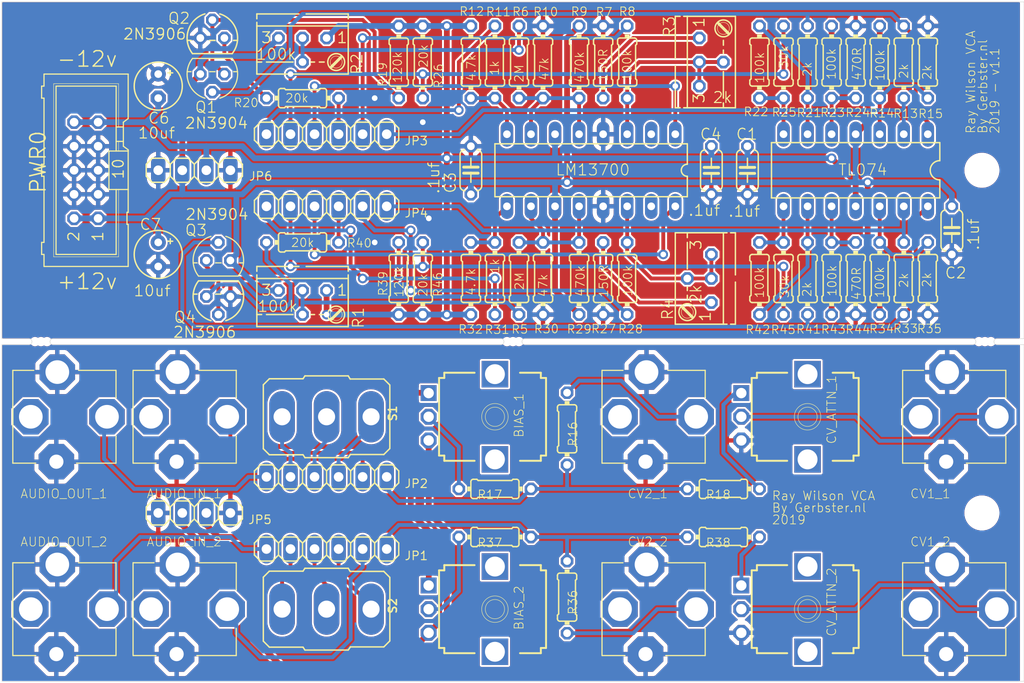
<source format=kicad_pcb>
(kicad_pcb (version 20211014) (generator pcbnew)
  (layers (0 "F.Cu" signal) (31 "B.Cu" signal) (34 "B.Paste" user) (35 "F.Paste" user) (36 "B.SilkS" user "B.Silkscreen") (37 "F.SilkS" user "F.Silkscreen") (38 "B.Mask" user) (39 "F.Mask" user) (44 "Edge.Cuts" user))
  (net 0 "")
  (net 1 "+12V")
  (net 2 "-12V")
  (net 3 "N$1")
  (net 4 "GND")
  (net 5 "N$3")
  (net 6 "N$4")
  (net 7 "AI1_M")
  (net 8 "SWB1_M")
  (net 9 "N$7")
  (net 10 "N$9")
  (net 11 "N$10")
  (net 12 "N$15")
  (net 13 "N$17")
  (net 14 "N$19")
  (net 15 "N$20")
  (net 16 "N$11")
  (net 17 "SWA1_M")
  (net 18 "SWC1_M")
  (net 19 "N$16")
  (net 20 "N$23")
  (net 21 "N$24")
  (net 22 "N$27")
  (net 23 "CV2_M")
  (net 24 "N$29")
  (net 25 "N$30")
  (net 26 "N$34")
  (net 27 "N$35")
  (net 28 "N$36")
  (net 29 "N$37")
  (net 30 "N$38")
  (net 31 "SWA2_M")
  (net 32 "SWC2_M")
  (net 33 "SWB2_M")
  (net 34 "N$41")
  (net 35 "IO_CV1")
  (net 36 "CV1_M")
  (net 37 "N$8")
  (net 38 "N$12")
  (net 39 "CV2_IO")
  (net 40 "AI2_IO")
  (net 41 "SWB2_IO")
  (net 42 "SWA2_IO")
  (net 43 "SWC2_IO")
  (net 44 "AO2_IO")
  (net 45 "N$46")
  (net 46 "IO_CV2")
  (net 47 "N$47")
  (net 48 "N$48")
  (net 49 "AO1_M")
  (net 50 "AO2_M")
  (net 51 "CV1_IO")
  (net 52 "AI1_IO")
  (net 53 "AO1_IO")
  (net 54 "SWB1_IO")
  (net 55 "SWA1_IO")
  (net 56 "SWC1_IO")
  (net 57 "AI2_M")
  (net 58 "N$2")
  (net 59 "N$5")
  (footprint "ioboard:0204_7" (layer "F.Cu") (at 170.7261 125.6411 180)
    (fp_text reference "R38")
    (fp_text value "100k")
  )
  (footprint "ioboard:1X06" (layer "F.Cu") (at 128.8161 90.7161)
    (fp_text reference "JP4")
    (fp_text value "")
  )
  (footprint "ioboard:C050-024X044" (layer "F.Cu") (at 169.4561 86.9061 -90)
    (fp_text reference "C4")
    (fp_text value ".1uf")
  )
  (footprint "ioboard:0204_7" (layer "F.Cu") (at 192.3161 98.3361 -90)
    (fp_text reference "R35")
    (fp_text value "2k")
  )
  (footprint "" (layer "F.Cu") (at 198.0311 123.1011)
    (fp_text reference "@HOLE0" hide)
    (fp_text value "")
  )
  (footprint "ioboard:0204_7" (layer "F.Cu") (at 151.6761 75.4761 90)
    (fp_text reference "R10")
    (fp_text value "47k")
  )
  (footprint "ioboard:1X06" (layer "F.Cu") (at 128.8161 83.0961)
    (fp_text reference "JP3")
    (fp_text value "")
  )
  (footprint "ioboard:E2,5-5" (layer "F.Cu") (at 111.0361 95.7961 -90)
    (fp_text reference "C7")
    (fp_text value "10uf")
  )
  (footprint "ioboard:E2,5-5" (layer "F.Cu") (at 111.0361 78.0161 -90)
    (fp_text reference "C6")
    (fp_text value "10uf")
  )
  (footprint "ioboard:0204_7" (layer "F.Cu") (at 155.4861 98.3361 90)
    (fp_text reference "R29")
    (fp_text value "470k")
  )
  (footprint "" (layer "F.Cu") (at 198.3486 105.0036)
    (fp_text reference "@HOLE6" hide)
    (fp_text value "")
  )
  (footprint "ioboard:0204_7" (layer "F.Cu") (at 136.4361 98.3361 90)
    (fp_text reference "R39")
    (fp_text value "120k")
  )
  (footprint "ioboard:C050-024X044" (layer "F.Cu") (at 144.0561 86.9061 90)
    (fp_text reference "C3")
    (fp_text value ".1uf")
  )
  (footprint "ioboard:DIL14" (layer "F.Cu") (at 184.6961 86.9061 180)
    (fp_text reference "IC1" hide)
    (fp_text value "TL074P")
  )
  (footprint "" (layer "F.Cu") (at 98.0186 105.0036)
    (fp_text reference "@HOLE2" hide)
    (fp_text value "")
  )
  (footprint "ioboard:M9040P" (layer "F.Cu") (at 128.8161 133.2611 -90)
    (fp_text reference "S2")
    (fp_text value "")
  )
  (footprint "ioboard:0204_7" (layer "F.Cu") (at 184.6961 75.4761 90)
    (fp_text reference "R24")
    (fp_text value "470R")
  )
  (footprint "ioboard:ML10" (layer "F.Cu") (at 103.4161 86.9061 90)
    (fp_text reference "PWR0")
    (fp_text value "")
  )
  (footprint "ioboard:S64YW" (layer "F.Cu") (at 169.4561 75.4761 90)
    (fp_text reference "R3")
    (fp_text value "2k")
  )
  (footprint "ioboard:0204_7" (layer "F.Cu") (at 177.0761 98.3361 90)
    (fp_text reference "R45")
    (fp_text value "30k")
  )
  (footprint "" (layer "F.Cu") (at 198.9836 105.0036)
    (fp_text reference "@HOLE5" hide)
    (fp_text value "")
  )
  (footprint "" (layer "F.Cu") (at 198.0311 86.9061)
    (fp_text reference "@HOLE1" hide)
    (fp_text value "")
  )
  (footprint "ioboard:0204_7" (layer "F.Cu") (at 154.2161 114.2111 -90)
    (fp_text reference "R16")
    (fp_text value "100k")
  )
  (footprint "ioboard:0204_7" (layer "F.Cu") (at 146.5961 75.4761 90)
    (fp_text reference "R11")
    (fp_text value "1k")
  )
  (footprint "ioboard:1X04" (layer "F.Cu") (at 114.8461 86.9061 180)
    (fp_text reference "JP6")
    (fp_text value "")
  )
  (footprint "ioboard:0204_7" (layer "F.Cu") (at 177.0761 75.4761 -90)
    (fp_text reference "R25")
    (fp_text value "30k")
  )
  (footprint "ioboard:0204_7" (layer "F.Cu") (at 149.1361 75.4761 -90)
    (fp_text reference "R6")
    (fp_text value "2M")
  )
  (footprint "" (layer "F.Cu") (at 149.1361 105.0036)
    (fp_text reference "@HOLE10" hide)
    (fp_text value "")
  )
  (footprint "ioboard:0204_7" (layer "F.Cu") (at 189.7761 75.4761 90)
    (fp_text reference "R13")
    (fp_text value "2k")
  )
  (footprint "ioboard:TO92" (layer "F.Cu") (at 117.3861 100.2411 180)
    (fp_text reference "Q4")
    (fp_text value "2N3906")
  )
  (footprint "ioboard:EVUF" (layer "F.Cu") (at 179.6161 112.9411 -90)
    (fp_text reference "CV_ATTN_1")
    (fp_text value "50k" hide)
  )
  (footprint "ioboard:0204_7" (layer "F.Cu") (at 136.4361 75.4761 -90)
    (fp_text reference "R19")
    (fp_text value "120k")
  )
  (footprint "" (layer "F.Cu") (at 147.8661 105.0036)
    (fp_text reference "@HOLE8" hide)
    (fp_text value "")
  )
  (footprint "ioboard:0204_7" (layer "F.Cu") (at 192.3161 75.4761 90)
    (fp_text reference "R15")
    (fp_text value "2k")
  )
  (footprint "ioboard:0204_7" (layer "F.Cu") (at 149.1361 98.3361 90)
    (fp_text reference "R5")
    (fp_text value "2M")
  )
  (footprint "ioboard:C050-024X044" (layer "F.Cu") (at 173.2661 86.9061 -90)
    (fp_text reference "C1")
    (fp_text value ".1uf")
  )
  (footprint "ioboard:PJ301BM" (layer "F.Cu") (at 194.8561 133.2611 -90)
    (fp_text reference "CV1_2")
    (fp_text value "PJ301BMPJ301BM" hide)
  )
  (footprint "ioboard:0204_7" (layer "F.Cu") (at 126.2761 94.5261 180)
    (fp_text reference "R40")
    (fp_text value "20k")
  )
  (footprint "ioboard:TO92" (layer "F.Cu") (at 117.3861 96.4311)
    (fp_text reference "Q3")
    (fp_text value "2N3904")
  )
  (footprint "ioboard:1X04" (layer "F.Cu") (at 114.8461 123.1011)
    (fp_text reference "JP5")
    (fp_text value "")
  )
  (footprint "ioboard:TO92" (layer "F.Cu") (at 116.7511 72.9361)
    (fp_text reference "Q2")
    (fp_text value "2N3906")
  )
  (footprint "ioboard:0204_7" (layer "F.Cu") (at 174.5361 98.3361 90)
    (fp_text reference "R42")
    (fp_text value "100k")
  )
  (footprint "ioboard:0204_7" (layer "F.Cu") (at 146.5961 120.5611)
    (fp_text reference "R17")
    (fp_text value "100k")
  )
  (footprint "ioboard:0204_7" (layer "F.Cu") (at 182.1561 98.3361 90)
    (fp_text reference "R43")
    (fp_text value "100k")
  )
  (footprint "ioboard:0204_7" (layer "F.Cu") (at 187.2361 75.4761 -90)
    (fp_text reference "R14")
    (fp_text value "100k")
  )
  (footprint "ioboard:PJ301BM" (layer "F.Cu") (at 194.8561 112.9411 -90)
    (fp_text reference "CV1_1")
    (fp_text value "PJ301BMPJ301BM" hide)
  )
  (footprint "ioboard:0204_7" (layer "F.Cu") (at 179.6161 98.3361 90)
    (fp_text reference "R41")
    (fp_text value "2k")
  )
  (footprint "ioboard:PJ301BM" (layer "F.Cu") (at 163.1061 133.2611 -90)
    (fp_text reference "CV2_2")
    (fp_text value "PJ301BMPJ301BM" hide)
  )
  (footprint "ioboard:0204_7" (layer "F.Cu") (at 155.4861 75.4761 -90)
    (fp_text reference "R9")
    (fp_text value "470k")
  )
  (footprint "ioboard:0204_7" (layer "F.Cu") (at 187.2361 98.3361 90)
    (fp_text reference "R34")
    (fp_text value "100k")
  )
  (footprint "ioboard:0204_7" (layer "F.Cu") (at 179.6161 75.4761 -90)
    (fp_text reference "R21")
    (fp_text value "2k")
  )
  (footprint "ioboard:S64YW" (layer "F.Cu") (at 168.1861 98.3361 -90)
    (fp_text reference "R4")
    (fp_text value "2k")
  )
  (footprint "ioboard:TO92" (layer "F.Cu") (at 116.7511 76.7461 180)
    (fp_text reference "Q1")
    (fp_text value "2N3904")
  )
  (footprint "ioboard:0204_7" (layer "F.Cu") (at 158.0261 75.4761 -90)
    (fp_text reference "R7")
    (fp_text value "150R")
  )
  (footprint "ioboard:0204_7" (layer "F.Cu") (at 160.5661 98.3361 90)
    (fp_text reference "R28")
    (fp_text value "100k")
  )
  (footprint "" (layer "F.Cu") (at 99.2886 105.0036)
    (fp_text reference "@HOLE4" hide)
    (fp_text value "")
  )
  (footprint "ioboard:0204_7" (layer "F.Cu") (at 138.9761 98.3361 90)
    (fp_text reference "R46")
    (fp_text value "20k")
  )
  (footprint "ioboard:1X06" (layer "F.Cu") (at 128.8161 119.2911 180)
    (fp_text reference "JP2")
    (fp_text value "")
  )
  (footprint "ioboard:0204_7" (layer "F.Cu") (at 170.7261 120.5611 180)
    (fp_text reference "R18")
    (fp_text value "100k")
  )
  (footprint "ioboard:0204_7" (layer "F.Cu") (at 154.2161 131.9911 90)
    (fp_text reference "R36")
    (fp_text value "100k")
  )
  (footprint "ioboard:0204_7" (layer "F.Cu") (at 146.5961 98.3361 -90)
    (fp_text reference "R31")
    (fp_text value "1k")
  )
  (footprint "ioboard:0204_7" (layer "F.Cu") (at 144.0561 75.4761 -90)
    (fp_text reference "R12")
    (fp_text value "4.7k")
  )
  (footprint "ioboard:EVUF" (layer "F.Cu") (at 146.5961 133.2611 -90)
    (fp_text reference "BIAS_2")
    (fp_text value "100k" hide)
  )
  (footprint "ioboard:0204_7" (layer "F.Cu") (at 151.6761 98.3361 -90)
    (fp_text reference "R30")
    (fp_text value "47k")
  )
  (footprint "ioboard:0204_7" (layer "F.Cu") (at 182.1561 75.4761 -90)
    (fp_text reference "R23")
    (fp_text value "100k")
  )
  (footprint "ioboard:PJ301BM" (layer "F.Cu") (at 113.5761 133.2611 -90)
    (fp_text reference "AUDIO_IN_2")
    (fp_text value "PJ301BMPJ301BM" hide)
  )
  (footprint "ioboard:0204_7" (layer "F.Cu") (at 158.0261 98.3361 90)
    (fp_text reference "R27")
    (fp_text value "150R")
  )
  (footprint "ioboard:EVUF" (layer "F.Cu") (at 179.6161 133.2611 -90)
    (fp_text reference "CV_ATTN_2")
    (fp_text value "50k" hide)
  )
  (footprint "" (layer "F.Cu") (at 148.5011 105.0036)
    (fp_text reference "@HOLE9" hide)
    (fp_text value "")
  )
  (footprint "ioboard:S64YW" (layer "F.Cu") (at 126.2761 100.8761)
    (fp_text reference "R1")
    (fp_text value "100k")
  )
  (footprint "ioboard:0204_7" (layer "F.Cu") (at 174.5361 75.4761 -90)
    (fp_text reference "R22")
    (fp_text value "100k")
  )
  (footprint "ioboard:0204_7" (layer "F.Cu") (at 160.5661 75.4761 -90)
    (fp_text reference "R8")
    (fp_text value "100k")
  )
  (footprint "ioboard:1X06" (layer "F.Cu") (at 128.8161 126.9111 180)
    (fp_text reference "JP1")
    (fp_text value "")
  )
  (footprint "" (layer "F.Cu") (at 98.6536 105.0036)
    (fp_text reference "@HOLE3" hide)
    (fp_text value "")
  )
  (footprint "ioboard:PJ301BM" (layer "F.Cu") (at 113.5761 112.9411 -90)
    (fp_text reference "AUDIO_IN_1")
    (fp_text value "PJ301BMPJ301BM" hide)
  )
  (footprint "ioboard:M9040P" (layer "F.Cu") (at 128.8161 112.9411 -90)
    (fp_text reference "S1")
    (fp_text value "")
  )
  (footprint "ioboard:C050-024X044" (layer "F.Cu") (at 194.8561 93.2561 -90)
    (fp_text reference "C2")
    (fp_text value ".1uf")
  )
  (footprint "ioboard:PJ301BM" (layer "F.Cu") (at 100.8761 112.9411 -90)
    (fp_text reference "AUDIO_OUT_1")
    (fp_text value "PJ301BMPJ301BM" hide)
  )
  (footprint "ioboard:PJ301BM" (layer "F.Cu") (at 163.1061 112.9411 -90)
    (fp_text reference "CV2_1")
    (fp_text value "PJ301BMPJ301BM" hide)
  )
  (footprint "ioboard:0204_7" (layer "F.Cu") (at 138.9761 75.4761 -90)
    (fp_text reference "R26")
    (fp_text value "20k")
  )
  (footprint "ioboard:0204_7" (layer "F.Cu") (at 189.7761 98.3361 -90)
    (fp_text reference "R33")
    (fp_text value "2k")
  )
  (footprint "ioboard:0204_7" (layer "F.Cu") (at 126.2761 79.2861 180)
    (fp_text reference "R20")
    (fp_text value "20k")
  )
  (footprint "ioboard:0204_7" (layer "F.Cu") (at 184.6961 98.3361 -90)
    (fp_text reference "R44")
    (fp_text value "470R")
  )
  (footprint "ioboard:PJ301BM" (layer "F.Cu") (at 100.8761 133.2611 -90)
    (fp_text reference "AUDIO_OUT_2")
    (fp_text value "PJ301BMPJ301BM" hide)
  )
  (footprint "ioboard:S64YW" (layer "F.Cu") (at 126.2761 74.2061)
    (fp_text reference "R2")
    (fp_text value "100k")
  )
  (footprint "" (layer "F.Cu") (at 197.7136 105.0036)
    (fp_text reference "@HOLE7" hide)
    (fp_text value "")
  )
  (footprint "ioboard:0204_7" (layer "F.Cu") (at 144.0561 98.3361 90)
    (fp_text reference "R32")
    (fp_text value "4.7k")
  )
  (footprint "ioboard:DIL16" (layer "F.Cu") (at 156.7561 86.9061 180)
    (fp_text reference "IC2" hide)
    (fp_text value "LM13700N")
  )
  (footprint "ioboard:0204_7" (layer "F.Cu") (at 146.5961 125.6411)
    (fp_text reference "R37")
    (fp_text value "100k")
  )
  (footprint "ioboard:EVUF" (layer "F.Cu") (at 146.5961 112.9411 -90)
    (fp_text reference "BIAS_1")
    (fp_text value "100k" hide)
  )
  (gr_line (start 147.2311 105.3211) (end 99.9236 105.3211) (layer "Edge.Cuts") (width 0.05))
  (gr_arc (start 147.2311 104.6861) (mid 147.455606 104.779094) (end 147.5486 105.0036) (layer "Edge.Cuts") (width 0.05))
  (gr_arc (start 97.3836 104.6861) (mid 97.608106 104.779094) (end 97.7011 105.0036) (layer "Edge.Cuts") (width 0.05))
  (gr_line (start 97.3836 105.3211) (end 94.5261 105.3211) (layer "Edge.Cuts") (width 0.05))
  (gr_line (start 94.5261 140.8811) (end 202.4761 140.8811) (layer "Edge.Cuts") (width 0.05))
  (gr_arc (start 199.3011 105.0036) (mid 199.394094 104.779094) (end 199.6186 104.6861) (layer "Edge.Cuts") (width 0.05))
  (gr_line (start 97.3836 104.6861) (end 94.5261 104.6861) (layer "Edge.Cuts") (width 0.05))
  (gr_line (start 197.0786 104.6861) (end 149.7711 104.6861) (layer "Edge.Cuts") (width 0.05))
  (gr_arc (start 147.5486 105.0036) (mid 147.455606 105.228106) (end 147.2311 105.3211) (layer "Edge.Cuts") (width 0.05))
  (gr_arc (start 197.0786 104.6861) (mid 197.303106 104.779094) (end 197.3961 105.0036) (layer "Edge.Cuts") (width 0.05))
  (gr_arc (start 149.4536 105.0036) (mid 149.546594 104.779094) (end 149.7711 104.6861) (layer "Edge.Cuts") (width 0.05))
  (gr_line (start 202.4761 104.6861) (end 202.4761 69.1261) (layer "Edge.Cuts") (width 0.05))
  (gr_arc (start 197.3961 105.0036) (mid 197.303106 105.228106) (end 197.0786 105.3211) (layer "Edge.Cuts") (width 0.05))
  (gr_arc (start 149.7711 105.3211) (mid 149.546594 105.228106) (end 149.4536 105.0036) (layer "Edge.Cuts") (width 0.05))
  (gr_arc (start 99.6061 105.0036) (mid 99.699094 104.779094) (end 99.9236 104.6861) (layer "Edge.Cuts") (width 0.05))
  (gr_line (start 202.4761 104.6861) (end 199.6186 104.6861) (layer "Edge.Cuts") (width 0.05))
  (gr_arc (start 199.6186 105.3211) (mid 199.394094 105.228106) (end 199.3011 105.0036) (layer "Edge.Cuts") (width 0.05))
  (gr_line (start 147.2311 104.6861) (end 99.9236 104.6861) (layer "Edge.Cuts") (width 0.05))
  (gr_line (start 202.4761 140.8811) (end 202.4761 105.3211) (layer "Edge.Cuts") (width 0.05))
  (gr_line (start 202.4761 105.3211) (end 199.6186 105.3211) (layer "Edge.Cuts") (width 0.05))
  (gr_line (start 94.5261 69.1261) (end 94.5261 104.6861) (layer "Edge.Cuts") (width 0.05))
  (gr_line (start 94.5261 105.3211) (end 94.5261 140.8811) (layer "Edge.Cuts") (width 0.05))
  (gr_line (start 197.0786 105.3211) (end 149.7711 105.3211) (layer "Edge.Cuts") (width 0.05))
  (gr_arc (start 97.7011 105.0036) (mid 97.608106 105.228106) (end 97.3836 105.3211) (layer "Edge.Cuts") (width 0.05))
  (gr_line (start 94.5261 69.1261) (end 202.4761 69.1261) (layer "Edge.Cuts") (width 0.05))
  (gr_arc (start 99.9236 105.3211) (mid 99.699094 105.228106) (end 99.6061 105.0036) (layer "Edge.Cuts") (width 0.05))
  (gr_text "-12v" (at 100.2411 76.1111) (layer "F.SilkS") (effects (font (size 1.63576 1.63576) (thickness 0.14224)) (justify left bottom)))
  (gr_text "LM13700" (at 152.9461 87.5411) (layer "F.SilkS") (effects (font (size 1.1684 1.1684) (thickness 0.1016)) (justify left bottom)))
  (gr_text "2019" (at 175.8061 124.3711) (layer "F.SilkS") (effects (font (size 0.93472 0.93472) (thickness 0.08128)) (justify left bottom)))
  (gr_text "By Gerbster.nl" (at 198.6661 83.0961 90) (layer "F.SilkS") (effects (font (size 0.93472 0.93472) (thickness 0.08128)) (justify left bottom)))
  (gr_text "+12v" (at 100.2411 99.6061) (layer "F.SilkS") (effects (font (size 1.63576 1.63576) (thickness 0.14224)) (justify left bottom)))
  (gr_text "By Gerbster.nl" (at 175.8061 123.1011) (layer "F.SilkS") (effects (font (size 0.93472 0.93472) (thickness 0.08128)) (justify left bottom)))
  (gr_text "TL074" (at 182.7911 87.5411) (layer "F.SilkS") (effects (font (size 1.1684 1.1684) (thickness 0.1016)) (justify left bottom)))
  (gr_text "Ray Wilson VCA" (at 175.8061 121.8311) (layer "F.SilkS") (effects (font (size 0.93472 0.93472) (thickness 0.08128)) (justify left bottom)))
  (gr_text "2019 - v1.1" (at 199.9361 83.0961 90) (layer "F.SilkS") (effects (font (size 0.93472 0.93472) (thickness 0.08128)) (justify left bottom)))
  (gr_text "Ray Wilson VCA" (at 197.3961 83.0961 90) (layer "F.SilkS") (effects (font (size 0.93472 0.93472) (thickness 0.08128)) (justify left bottom)))
  (segment (start 154.2161 88.1761) (end 154.2161 72.9361) (width 0.6096) (layer "F.Cu") (net 1))
  (segment (start 113.5761 86.9061) (end 113.5761 78.6511) (width 0.6096) (layer "F.Cu") (net 1))
  (segment (start 182.1561 71.6661) (end 182.1561 72.9361) (width 0.6096) (layer "F.Cu") (net 1))
  (segment (start 187.2361 100.8761) (end 187.2361 102.1461) (width 0.6096) (layer "F.Cu") (net 1))
  (segment (start 182.1561 102.1461) (end 182.1561 100.8761) (width 0.6096) (layer "F.Cu") (net 1))
  (segment (start 139.6111 123.1011) (end 139.5961 115.4811) (width 0.6096) (layer "F.Cu") (net 1))
  (segment (start 113.5761 123.1011) (end 113.5761 124.3711) (width 0.6096) (layer "F.Cu") (net 1))
  (segment (start 139.6111 135.7611) (end 141.5161 133.8561) (width 0.6096) (layer "F.Cu") (net 1))
  (segment (start 185.9661 81.8261) (end 184.6961 83.0961) (width 0.6096) (layer "F.Cu") (net 1))
  (segment (start 113.5761 124.3711) (end 121.1961 131.9911) (width 0.6096) (layer "F.Cu") (net 1))
  (segment (start 182.1561 100.8761) (end 183.4261 99.6061) (width 0.6096) (layer "F.Cu") (net 1))
  (segment (start 182.1561 72.9361) (end 183.4261 74.2061) (width 0.6096) (layer "F.Cu") (net 1))
  (segment (start 183.4261 99.6061) (end 185.9661 99.6061) (width 0.6096) (layer "F.Cu") (net 1))
  (segment (start 124.3711 139.6111) (end 135.8011 139.6111) (width 0.6096) (layer "F.Cu") (net 1))
  (segment (start 141.5161 125.0061) (end 139.6111 123.1011) (width 0.6096) (layer "F.Cu") (net 1))
  (segment (start 121.1961 131.9911) (end 121.1961 136.4361) (width 0.6096) (layer "F.Cu") (net 1))
  (segment (start 113.5761 78.6511) (end 115.4811 76.7461) (width 0.6096) (layer "F.Cu") (net 1))
  (segment (start 141.5161 133.8561) (end 141.5161 125.0061) (width 0.6096) (layer "F.Cu") (net 1))
  (segment (start 135.8011 139.6111) (end 139.6111 135.8011) (width 0.6096) (layer "F.Cu") (net 1))
  (segment (start 152.9461 99.6061) (end 155.4861 102.1461) (width 0.6096) (layer "F.Cu") (net 1))
  (segment (start 139.5961 135.7611) (end 139.6111 135.7611) (width 0.6096) (layer "F.Cu") (net 1))
  (segment (start 185.9661 99.6061) (end 187.2361 100.8761) (width 0.6096) (layer "F.Cu") (net 1))
  (segment (start 152.9461 90.7161) (end 152.9461 99.6061) (width 0.6096) (layer "F.Cu") (net 1))
  (segment (start 185.9661 99.6061) (end 185.9661 88.1761) (width 0.6096) (layer "F.Cu") (net 1))
  (segment (start 154.2161 72.9361) (end 155.4861 71.6661) (width 0.6096) (layer "F.Cu") (net 1))
  (segment (start 139.6111 135.8011) (end 139.6111 135.7611) (width 0.6096) (layer "F.Cu") (net 1))
  (segment (start 185.9661 74.2061) (end 185.9661 81.8261) (width 0.6096) (layer "F.Cu") (net 1))
  (segment (start 187.2361 71.6661) (end 187.2361 72.9361) (width 0.6096) (layer "F.Cu") (net 1))
  (segment (start 187.2361 72.9361) (end 185.9661 74.2061) (width 0.6096) (layer "F.Cu") (net 1))
  (segment (start 121.1961 136.4361) (end 124.3711 139.6111) (width 0.6096) (layer "F.Cu") (net 1))
  (segment (start 139.5961 115.4811) (end 139.5961 115.4411) (width 0.6096) (layer "F.Cu") (net 1))
  (segment (start 183.4261 74.2061) (end 185.9661 74.2061) (width 0.6096) (layer "F.Cu") (net 1))
  (via (at 154.2161 88.1761) (size 1.0064) (drill 0.6) (layers "F.Cu" "B.Cu") (net 1))
  (via (at 185.9661 88.1761) (size 1.0064) (drill 0.6) (layers "F.Cu" "B.Cu") (net 1))
  (segment (start 194.8561 90.7161) (end 194.8561 89.4461) (width 0.6096) (layer "B.Cu") (net 1))
  (segment (start 185.9661 88.1761) (end 184.6961 88.1761) (width 0.6096) (layer "B.Cu") (net 1))
  (segment (start 118.6561 96.4311) (end 121.8311 99.6061) (width 0.6096) (layer "B.Cu") (net 1))
  (segment (start 109.7661 91.9861) (end 112.3061 89.4461) (width 0.6096) (layer "B.Cu") (net 1))
  (segment (start 119.2911 89.4461) (end 119.9261 89.4461) (width 0.6096) (layer "B.Cu") (net 1))
  (segment (start 152.9461 88.1761) (end 154.2161 88.1761) (width 0.6096) (layer "B.Cu") (net 1))
  (segment (start 113.5761 86.9061) (end 113.5761 89.4461) (width 0.6096) (layer "B.Cu") (net 1))
  (segment (start 119.2911 89.4461) (end 119.2911 95.7961) (width 0.6096) (layer "B.Cu") (net 1))
  (segment (start 111.0361 93.2561) (end 109.7661 91.9861) (width 0.6096) (layer "B.Cu") (net 1))
  (segment (start 103.4161 91.9861) (end 104.6861 91.9861) (width 0.6096) (layer "B.Cu") (net 1))
  (segment (start 184.6961 83.0961) (end 184.6961 88.1761) (width 0.6096) (layer "B.Cu") (net 1))
  (segment (start 144.0561 88.1761) (end 152.9461 88.1761) (width 0.6096) (layer "B.Cu") (net 1))
  (segment (start 121.8311 74.8411) (end 123.7361 72.9361) (width 0.6096) (layer "B.Cu") (net 1))
  (segment (start 119.9261 89.4461) (end 121.1961 88.1761) (width 0.6096) (layer "B.Cu") (net 1))
  (segment (start 102.1461 91.9861) (end 104.6861 91.9861) (width 0.6096) (layer "B.Cu") (net 1))
  (segment (start 112.3061 89.4461) (end 113.5761 89.4461) (width 0.6096) (layer "B.Cu") (net 1))
  (segment (start 115.4811 76.7461) (end 115.4811 75.4761) (width 0.6096) (layer "B.Cu") (net 1))
  (segment (start 184.6961 88.1761) (end 154.2161 88.1761) (width 0.6096) (layer "B.Cu") (net 1))
  (segment (start 152.9461 88.1761) (end 152.9461 90.7161) (width 0.6096) (layer "B.Cu") (net 1))
  (segment (start 104.6861 91.9861) (end 109.7661 91.9861) (width 0.6096) (layer "B.Cu") (net 1))
  (segment (start 194.8561 89.4461) (end 193.5861 88.1761) (width 0.6096) (layer "B.Cu") (net 1))
  (segment (start 193.5861 88.1761) (end 185.9661 88.1761) (width 0.6096) (layer "B.Cu") (net 1))
  (segment (start 113.5761 89.4461) (end 119.2911 89.4461) (width 0.6096) (layer "B.Cu") (net 1))
  (segment (start 121.8311 99.6061) (end 123.7361 99.6061) (width 0.6096) (layer "B.Cu") (net 1))
  (segment (start 115.4811 75.4761) (end 116.1161 74.8411) (width 0.6096) (layer "B.Cu") (net 1))
  (segment (start 121.1961 88.1761) (end 144.0561 88.1761) (width 0.6096) (layer "B.Cu") (net 1))
  (segment (start 144.0561 89.4461) (end 144.0561 88.1761) (width 0.6096) (layer "B.Cu") (net 1))
  (segment (start 119.2911 95.7961) (end 118.6561 96.4311) (width 0.6096) (layer "B.Cu") (net 1))
  (segment (start 116.1161 74.8411) (end 121.8311 74.8411) (width 0.6096) (layer "B.Cu") (net 1))
  (segment (start 111.0361 94.5261) (end 111.0361 93.2561) (width 0.6096) (layer "B.Cu") (net 1))
  (segment (start 139.6111 128.8161) (end 139.5961 130.7211) (width 0.6096) (layer "F.Cu") (net 2))
  (segment (start 137.7061 111.0761) (end 137.7061 123.1011) (width 0.6096) (layer "F.Cu") (net 2))
  (segment (start 139.5961 130.7211) (end 139.5961 130.7611) (width 0.6096) (layer "F.Cu") (net 2))
  (segment (start 128.8161 99.6061) (end 128.8161 102.1461) (width 0.6096) (layer "F.Cu") (net 2))
  (segment (start 116.1161 124.3711) (end 117.3861 125.6411) (width 0.6096) (layer "F.Cu") (net 2))
  (segment (start 137.7061 123.1011) (end 139.6111 125.0061) (width 0.6096) (layer "F.Cu") (net 2))
  (segment (start 117.3861 125.6411) (end 119.9261 125.6411) (width 0.6096) (layer "F.Cu") (net 2))
  (segment (start 116.1161 123.1011) (end 116.1161 124.3711) (width 0.6096) (layer "F.Cu") (net 2))
  (segment (start 138.3411 110.4411) (end 137.7061 111.0761) (width 0.6096) (layer "F.Cu") (net 2))
  (segment (start 139.5961 110.4411) (end 138.3411 110.4011) (width 0.6096) (layer "F.Cu") (net 2))
  (segment (start 139.6111 125.0061) (end 139.6111 128.8161) (width 0.6096) (layer "F.Cu") (net 2))
  (segment (start 141.5161 102.1461) (end 141.5161 85.6361) (width 0.6096) (layer "F.Cu") (net 2))
  (segment (start 182.1561 85.6361) (end 184.6961 88.1761) (width 0.6096) (layer "F.Cu") (net 2))
  (segment (start 141.5161 85.6361) (end 141.5161 71.6661) (width 0.6096) (layer "F.Cu") (net 2))
  (segment (start 138.3411 110.4011) (end 138.3411 110.4411) (width 0.6096) (layer "F.Cu") (net 2))
  (segment (start 184.6961 88.1761) (end 184.6961 90.7161) (width 0.6096) (layer "F.Cu") (net 2))
  (segment (start 119.9261 125.6411) (end 122.4661 123.1011) (width 0.6096) (layer "F.Cu") (net 2))
  (segment (start 122.4661 123.1011) (end 137.7061 123.1011) (width 0.6096) (layer "F.Cu") (net 2))
  (via (at 182.1561 85.6361) (size 1.0064) (drill 0.6) (layers "F.Cu" "B.Cu") (net 2))
  (via (at 128.8161 102.1461) (size 1.0064) (drill 0.6) (layers "F.Cu" "B.Cu") (net 2))
  (via (at 141.5161 102.1461) (size 1.0064) (drill 0.6) (layers "F.Cu" "B.Cu") (net 2))
  (via (at 141.5161 85.6361) (size 1.0064) (drill 0.6) (layers "F.Cu" "B.Cu") (net 2))
  (via (at 141.5161 71.6661) (size 1.0064) (drill 0.6) (layers "F.Cu" "B.Cu") (net 2))
  (segment (start 152.9461 85.6361) (end 169.4561 85.6361) (width 0.6096) (layer "B.Cu") (net 2))
  (segment (start 109.7661 81.8261) (end 112.3061 84.3661) (width 0.6096) (layer "B.Cu") (net 2))
  (segment (start 121.1961 85.6361) (end 141.5161 85.6361) (width 0.6096) (layer "B.Cu") (net 2))
  (segment (start 169.4561 84.3661) (end 169.4561 85.6361) (width 0.6096) (layer "B.Cu") (net 2))
  (segment (start 141.5161 71.6661) (end 138.9761 71.6661) (width 0.6096) (layer "B.Cu") (net 2))
  (segment (start 138.9761 102.1461) (end 128.8161 102.1461) (width 0.6096) (layer "B.Cu") (net 2))
  (segment (start 152.9461 85.6361) (end 152.9461 83.0961) (width 0.6096) (layer "B.Cu") (net 2))
  (segment (start 130.0861 71.6661) (end 128.8161 72.9361) (width 0.6096) (layer "B.Cu") (net 2))
  (segment (start 136.4361 102.1461) (end 138.9761 102.1461) (width 0.4064) (layer "B.Cu") (net 2))
  (segment (start 169.4561 85.6361) (end 173.2661 85.6361) (width 0.6096) (layer "B.Cu") (net 2))
  (segment (start 173.2661 85.6361) (end 182.1561 85.6361) (width 0.6096) (layer "B.Cu") (net 2))
  (segment (start 104.6861 81.8261) (end 109.7661 81.8261) (width 0.6096) (layer "B.Cu") (net 2))
  (segment (start 116.1161 84.3661) (end 119.9261 84.3661) (width 0.6096) (layer "B.Cu") (net 2))
  (segment (start 141.5161 85.6361) (end 152.9461 85.6361) (width 0.6096) (layer "B.Cu") (net 2))
  (segment (start 138.9761 102.1461) (end 141.5161 102.1461) (width 0.6096) (layer "B.Cu") (net 2))
  (segment (start 144.0561 102.1461) (end 141.5161 102.1461) (width 0.6096) (layer "B.Cu") (net 2))
  (segment (start 138.9761 71.6661) (end 136.4361 71.6661) (width 0.6096) (layer "B.Cu") (net 2))
  (segment (start 112.3061 84.3661) (end 116.1161 84.3661) (width 0.6096) (layer "B.Cu") (net 2))
  (segment (start 173.2661 84.3661) (end 173.2661 85.6361) (width 0.6096) (layer "B.Cu") (net 2))
  (segment (start 111.0361 79.2861) (end 111.0361 80.5561) (width 0.6096) (layer "B.Cu") (net 2))
  (segment (start 141.5161 71.6661) (end 144.0561 71.6661) (width 0.6096) (layer "B.Cu") (net 2))
  (segment (start 111.0361 80.5561) (end 109.7661 81.8261) (width 0.6096) (layer "B.Cu") (net 2))
  (segment (start 136.4361 71.6661) (end 130.0861 71.6661) (width 0.6096) (layer "B.Cu") (net 2))
  (segment (start 116.1161 86.9061) (end 116.1161 84.3661) (width 0.6096) (layer "B.Cu") (net 2))
  (segment (start 119.9261 84.3661) (end 121.1961 85.6361) (width 0.6096) (layer "B.Cu") (net 2))
  (segment (start 102.1461 81.8261) (end 104.6861 81.8261) (width 0.6096) (layer "B.Cu") (net 2))
  (segment (start 149.1361 71.6661) (end 149.1361 74.2061) (width 0.4064) (layer "F.Cu") (net 3))
  (via (at 149.1361 74.2061) (size 1.0064) (drill 0.6) (layers "F.Cu" "B.Cu") (net 3))
  (segment (start 149.1361 74.2061) (end 126.2761 74.2061) (width 0.4064) (layer "B.Cu") (net 3))
  (segment (start 126.2761 75.4761) (end 126.2761 74.2061) (width 0.4064) (layer "B.Cu") (net 3))
  (segment (start 126.2761 74.2061) (end 126.2761 72.9361) (width 0.4064) (layer "B.Cu") (net 3))
  (via (at 133.8961 79.2861) (size 1.0064) (drill 0.6) (layers "F.Cu" "B.Cu") (net 4))
  (via (at 139.6111 91.9861) (size 1.0064) (drill 0.6) (layers "F.Cu" "B.Cu") (net 4))
  (via (at 133.8961 94.5261) (size 1.0064) (drill 0.6) (layers "F.Cu" "B.Cu") (net 4))
  (via (at 138.9761 81.8261) (size 1.0064) (drill 0.6) (layers "F.Cu" "B.Cu") (net 4))
  (segment (start 168.1861 75.4761) (end 168.1861 78.0161) (width 0.4064) (layer "F.Cu") (net 5))
  (segment (start 160.5661 79.2861) (end 160.5661 83.0961) (width 0.4064) (layer "F.Cu") (net 5))
  (segment (start 161.8361 75.4761) (end 170.7261 75.4761) (width 0.4064) (layer "F.Cu") (net 5))
  (segment (start 170.7261 75.4761) (end 168.1861 75.4761) (width 0.4064) (layer "F.Cu") (net 5))
  (segment (start 160.5661 79.2861) (end 160.5661 76.7461) (width 0.4064) (layer "F.Cu") (net 5))
  (segment (start 160.5661 76.7461) (end 161.8361 75.4761) (width 0.4064) (layer "F.Cu") (net 5))
  (segment (start 150.4061 80.5561) (end 151.6761 79.2861) (width 0.4064) (layer "F.Cu") (net 6))
  (segment (start 155.4861 79.2861) (end 155.4861 83.0961) (width 0.4064) (layer "F.Cu") (net 6))
  (segment (start 150.4061 83.0961) (end 150.4061 80.5561) (width 0.4064) (layer "F.Cu") (net 6))
  (segment (start 149.1361 79.2861) (end 151.6761 79.2861) (width 0.4064) (layer "B.Cu") (net 6))
  (segment (start 151.6761 79.2861) (end 155.4861 79.2861) (width 0.4064) (layer "B.Cu") (net 6))
  (segment (start 132.6261 72.9361) (end 132.6261 83.0961) (width 0.4064) (layer "F.Cu") (net 7))
  (via (at 132.6261 72.9361) (size 1.0064) (drill 0.6) (layers "F.Cu" "B.Cu") (net 7))
  (segment (start 159.2961 72.9361) (end 132.6261 72.9361) (width 0.4064) (layer "B.Cu") (net 7))
  (segment (start 160.5661 71.6661) (end 159.2961 72.9361) (width 0.4064) (layer "B.Cu") (net 7))
  (segment (start 165.6461 83.0961) (end 165.6461 78.0161) (width 0.4064) (layer "F.Cu") (net 8))
  (segment (start 127.5461 78.0161) (end 127.5461 83.0961) (width 0.4064) (layer "F.Cu") (net 8))
  (via (at 165.6461 78.0161) (size 1.0064) (drill 0.6) (layers "F.Cu" "B.Cu") (net 8))
  (via (at 127.5461 78.0161) (size 1.0064) (drill 0.6) (layers "F.Cu" "B.Cu") (net 8))
  (segment (start 165.6461 78.0161) (end 127.5461 78.0161) (width 0.4064) (layer "B.Cu") (net 8))
  (segment (start 146.5961 79.2861) (end 147.8661 80.5561) (width 0.4064) (layer "F.Cu") (net 9))
  (segment (start 147.8661 80.5561) (end 147.8661 83.0961) (width 0.4064) (layer "F.Cu") (net 9))
  (segment (start 144.0561 79.2861) (end 146.5961 79.2861) (width 0.4064) (layer "B.Cu") (net 9))
  (segment (start 191.0461 80.5561) (end 192.3161 81.8261) (width 0.4064) (layer "F.Cu") (net 10))
  (segment (start 191.0461 72.9361) (end 191.0461 80.5561) (width 0.4064) (layer "F.Cu") (net 10))
  (segment (start 192.3161 81.8261) (end 192.3161 83.0961) (width 0.4064) (layer "F.Cu") (net 10))
  (segment (start 189.7761 71.6661) (end 191.0461 72.9361) (width 0.4064) (layer "F.Cu") (net 10))
  (segment (start 125.0061 74.2061) (end 120.5611 78.6511) (width 0.4064) (layer "B.Cu") (net 10))
  (segment (start 126.2761 70.3961) (end 125.0061 71.6661) (width 0.4064) (layer "B.Cu") (net 10))
  (segment (start 179.6161 70.3961) (end 126.2761 70.3961) (width 0.4064) (layer "B.Cu") (net 10))
  (segment (start 189.7761 71.6661) (end 188.5061 70.3961) (width 0.4064) (layer "B.Cu") (net 10))
  (segment (start 188.5061 70.3961) (end 179.6161 70.3961) (width 0.4064) (layer "B.Cu") (net 10))
  (segment (start 120.5611 78.6511) (end 116.7511 78.6511) (width 0.4064) (layer "B.Cu") (net 10))
  (segment (start 125.0061 71.6661) (end 125.0061 74.2061) (width 0.4064) (layer "B.Cu") (net 10))
  (segment (start 179.6161 71.6661) (end 179.6161 70.3961) (width 0.4064) (layer "B.Cu") (net 10))
  (segment (start 187.2361 83.0961) (end 187.2361 79.2861) (width 0.4064) (layer "F.Cu") (net 11))
  (segment (start 188.5061 78.0161) (end 187.2361 79.2861) (width 0.4064) (layer "B.Cu") (net 11))
  (segment (start 191.0461 78.0161) (end 188.5061 78.0161) (width 0.4064) (layer "B.Cu") (net 11))
  (segment (start 192.3161 79.2861) (end 191.0461 78.0161) (width 0.4064) (layer "B.Cu") (net 11))
  (segment (start 116.7511 75.4761) (end 116.7511 71.0311) (width 0.4064) (layer "F.Cu") (net 12))
  (segment (start 133.8961 76.7461) (end 136.4361 79.2861) (width 0.4064) (layer "F.Cu") (net 12))
  (segment (start 118.0211 76.7461) (end 116.7511 75.4761) (width 0.4064) (layer "F.Cu") (net 12))
  (segment (start 116.7511 71.0311) (end 132.6261 71.0311) (width 0.4064) (layer "F.Cu") (net 12))
  (segment (start 132.6261 71.0311) (end 133.8961 72.3011) (width 0.4064) (layer "F.Cu") (net 12))
  (segment (start 133.8961 72.3011) (end 133.8961 76.7461) (width 0.4064) (layer "F.Cu") (net 12))
  (segment (start 118.0211 74.8411) (end 122.4661 79.2861) (width 0.4064) (layer "F.Cu") (net 13))
  (segment (start 118.0211 72.9361) (end 118.0211 74.8411) (width 0.4064) (layer "F.Cu") (net 13))
  (segment (start 179.6161 79.2861) (end 179.6161 83.0961) (width 0.4064) (layer "F.Cu") (net 14))
  (segment (start 179.6161 76.7461) (end 174.5361 71.6661) (width 0.4064) (layer "B.Cu") (net 14))
  (segment (start 179.6161 79.2861) (end 179.6161 76.7461) (width 0.4064) (layer "B.Cu") (net 14))
  (segment (start 177.0761 79.2861) (end 177.0761 83.0961) (width 0.4064) (layer "F.Cu") (net 15))
  (segment (start 174.5361 79.2861) (end 177.0761 79.2861) (width 0.4064) (layer "B.Cu") (net 15))
  (segment (start 182.1561 83.0961) (end 182.1561 79.2861) (width 0.4064) (layer "F.Cu") (net 16))
  (segment (start 184.6961 79.2861) (end 182.1561 79.2861) (width 0.4064) (layer "B.Cu") (net 16))
  (segment (start 130.0861 79.2861) (end 130.0861 83.0961) (width 0.4064) (layer "F.Cu") (net 17))
  (segment (start 138.9761 79.2861) (end 138.9761 76.7461) (width 0.4064) (layer "F.Cu") (net 18))
  (segment (start 177.0761 71.6661) (end 177.0761 76.7461) (width 0.4064) (layer "F.Cu") (net 18))
  (segment (start 125.0061 76.7461) (end 125.0061 83.0961) (width 0.4064) (layer "F.Cu") (net 18))
  (via (at 125.0061 76.7461) (size 1.0064) (drill 0.6) (layers "F.Cu" "B.Cu") (net 18))
  (via (at 177.0761 76.7461) (size 1.0064) (drill 0.6) (layers "F.Cu" "B.Cu") (net 18))
  (via (at 138.9761 76.7461) (size 1.0064) (drill 0.6) (layers "F.Cu" "B.Cu") (net 18))
  (segment (start 177.0761 76.7461) (end 138.9761 76.7461) (width 0.4064) (layer "B.Cu") (net 18))
  (segment (start 138.9761 76.7461) (end 125.0061 76.7461) (width 0.4064) (layer "B.Cu") (net 18))
  (segment (start 126.2761 100.8761) (end 147.8661 100.8761) (width 0.4064) (layer "B.Cu") (net 19))
  (segment (start 126.2761 100.8761) (end 126.2761 102.1461) (width 0.4064) (layer "B.Cu") (net 19))
  (segment (start 126.2761 100.8761) (end 126.2761 99.6061) (width 0.4064) (layer "B.Cu") (net 19))
  (segment (start 147.8661 100.8761) (end 149.1361 102.1461) (width 0.4064) (layer "B.Cu") (net 19))
  (segment (start 160.5661 94.5261) (end 160.5661 95.7961) (width 0.4064) (layer "F.Cu") (net 20))
  (segment (start 160.5661 90.7161) (end 160.5661 94.5261) (width 0.4064) (layer "F.Cu") (net 20))
  (segment (start 163.1061 98.3361) (end 169.4561 98.3361) (width 0.4064) (layer "F.Cu") (net 20))
  (segment (start 160.5661 95.7961) (end 163.1061 98.3361) (width 0.4064) (layer "F.Cu") (net 20))
  (segment (start 169.4561 98.3361) (end 169.4561 95.7961) (width 0.4064) (layer "F.Cu") (net 20))
  (segment (start 155.4861 90.7161) (end 155.4861 94.5261) (width 0.4064) (layer "F.Cu") (net 21))
  (segment (start 150.4061 90.7161) (end 150.4061 91.9861) (width 0.4064) (layer "F.Cu") (net 21))
  (segment (start 150.4061 91.9861) (end 151.6761 93.2561) (width 0.4064) (layer "F.Cu") (net 21))
  (segment (start 151.6761 93.2561) (end 151.6761 94.5261) (width 0.4064) (layer "F.Cu") (net 21))
  (segment (start 149.1361 94.5261) (end 151.6761 94.5261) (width 0.4064) (layer "B.Cu") (net 21))
  (segment (start 151.6761 94.5261) (end 155.4861 94.5261) (width 0.4064) (layer "B.Cu") (net 21))
  (segment (start 146.5961 91.9861) (end 146.5961 94.5261) (width 0.4064) (layer "F.Cu") (net 22))
  (segment (start 147.8661 90.7161) (end 146.5961 91.9861) (width 0.4064) (layer "F.Cu") (net 22))
  (segment (start 144.0561 94.5261) (end 146.5961 94.5261) (width 0.4064) (layer "B.Cu") (net 22))
  (segment (start 189.7761 94.5261) (end 189.7761 93.2561) (width 0.4064) (layer "B.Cu") (net 23))
  (segment (start 189.7761 93.2561) (end 145.3261 93.2561) (width 0.4064) (layer "B.Cu") (net 23))
  (segment (start 145.3261 93.2561) (end 142.7861 90.7161) (width 0.4064) (layer "B.Cu") (net 23))
  (segment (start 142.7861 90.7161) (end 135.1661 90.7161) (width 0.4064) (layer "B.Cu") (net 23))
  (segment (start 189.7761 90.7161) (end 189.7761 93.2561) (width 0.4064) (layer "B.Cu") (net 23))
  (segment (start 192.3161 90.7161) (end 191.0461 91.9861) (width 0.4064) (layer "F.Cu") (net 24))
  (segment (start 191.0461 91.9861) (end 191.0461 100.8761) (width 0.4064) (layer "F.Cu") (net 24))
  (segment (start 191.0461 100.8761) (end 189.7761 102.1461) (width 0.4064) (layer "F.Cu") (net 24))
  (segment (start 114.8461 94.5261) (end 113.5761 95.7961) (width 0.4064) (layer "B.Cu") (net 24))
  (segment (start 113.5761 102.1461) (end 114.8461 103.4161) (width 0.4064) (layer "B.Cu") (net 24))
  (segment (start 114.8461 103.4161) (end 179.6161 103.4161) (width 0.4064) (layer "B.Cu") (net 24))
  (segment (start 179.6161 103.4161) (end 179.6161 102.1461) (width 0.4064) (layer "B.Cu") (net 24))
  (segment (start 117.3861 94.5261) (end 114.8461 94.5261) (width 0.4064) (layer "B.Cu") (net 24))
  (segment (start 189.7761 102.1461) (end 188.5061 103.4161) (width 0.4064) (layer "B.Cu") (net 24))
  (segment (start 188.5061 103.4161) (end 179.6161 103.4161) (width 0.4064) (layer "B.Cu") (net 24))
  (segment (start 113.5761 95.7961) (end 113.5761 102.1461) (width 0.4064) (layer "B.Cu") (net 24))
  (segment (start 187.2361 90.7161) (end 187.2361 94.5261) (width 0.4064) (layer "F.Cu") (net 25))
  (segment (start 191.0461 95.7961) (end 188.5061 95.7961) (width 0.4064) (layer "B.Cu") (net 25))
  (segment (start 188.5061 95.7961) (end 187.2361 94.5261) (width 0.4064) (layer "B.Cu") (net 25))
  (segment (start 192.3161 94.5261) (end 191.0461 95.7961) (width 0.4064) (layer "B.Cu") (net 25))
  (segment (start 136.4361 94.5261) (end 136.4361 98.3361) (width 0.4064) (layer "F.Cu") (net 26))
  (segment (start 116.1161 96.4311) (end 116.1161 97.0661) (width 0.4064) (layer "F.Cu") (net 26))
  (segment (start 117.3861 98.3361) (end 117.3861 102.1461) (width 0.4064) (layer "F.Cu") (net 26))
  (segment (start 130.0861 98.3361) (end 117.3861 98.3361) (width 0.4064) (layer "F.Cu") (net 26))
  (segment (start 135.1661 99.6061) (end 131.3561 99.6061) (width 0.4064) (layer "F.Cu") (net 26))
  (segment (start 131.3561 99.6061) (end 130.0861 98.3361) (width 0.4064) (layer "F.Cu") (net 26))
  (segment (start 136.4361 98.3361) (end 135.1661 99.6061) (width 0.4064) (layer "F.Cu") (net 26))
  (segment (start 116.1161 97.0661) (end 117.3861 98.3361) (width 0.4064) (layer "F.Cu") (net 26))
  (segment (start 122.4661 96.4311) (end 125.0061 98.9711) (width 0.4064) (layer "B.Cu") (net 27))
  (segment (start 119.2911 98.9711) (end 117.3861 98.9711) (width 0.4064) (layer "B.Cu") (net 27))
  (segment (start 117.3861 98.9711) (end 116.1161 100.2411) (width 0.4064) (layer "B.Cu") (net 27))
  (segment (start 121.8311 101.5111) (end 119.2911 98.9711) (width 0.4064) (layer "B.Cu") (net 27))
  (segment (start 125.0061 98.9711) (end 125.0061 100.8761) (width 0.4064) (layer "B.Cu") (net 27))
  (segment (start 125.0061 100.8761) (end 124.3711 101.5111) (width 0.4064) (layer "B.Cu") (net 27))
  (segment (start 122.4661 94.5261) (end 122.4661 96.4311) (width 0.4064) (layer "B.Cu") (net 27))
  (segment (start 124.3711 101.5111) (end 121.8311 101.5111) (width 0.4064) (layer "B.Cu") (net 27))
  (segment (start 179.6161 90.7161) (end 179.6161 94.5261) (width 0.4064) (layer "F.Cu") (net 28))
  (segment (start 174.5361 102.1461) (end 179.6161 97.0661) (width 0.4064) (layer "B.Cu") (net 28))
  (segment (start 179.6161 97.0661) (end 179.6161 94.5261) (width 0.4064) (layer "B.Cu") (net 28))
  (segment (start 177.0761 90.7161) (end 177.0761 94.5261) (width 0.4064) (layer "F.Cu") (net 29))
  (segment (start 174.5361 94.5261) (end 177.0761 94.5261) (width 0.4064) (layer "B.Cu") (net 29))
  (segment (start 182.1561 90.7161) (end 182.1561 94.5261) (width 0.4064) (layer "F.Cu") (net 30))
  (segment (start 182.1561 94.5261) (end 184.6961 94.5261) (width 0.4064) (layer "B.Cu") (net 30))
  (segment (start 130.0861 90.7161) (end 130.0861 94.5261) (width 0.4064) (layer "F.Cu") (net 31))
  (segment (start 125.0061 90.7161) (end 125.0061 97.0661) (width 0.4064) (layer "F.Cu") (net 32))
  (segment (start 138.9761 97.0661) (end 138.9761 94.5261) (width 0.4064) (layer "F.Cu") (net 32))
  (segment (start 177.0761 102.1461) (end 177.0761 97.0661) (width 0.4064) (layer "F.Cu") (net 32))
  (via (at 125.0061 97.0661) (size 1.0064) (drill 0.6) (layers "F.Cu" "B.Cu") (net 32))
  (via (at 138.9761 97.0661) (size 1.0064) (drill 0.6) (layers "F.Cu" "B.Cu") (net 32))
  (via (at 177.0761 97.0661) (size 1.0064) (drill 0.6) (layers "F.Cu" "B.Cu") (net 32))
  (segment (start 125.0061 97.0661) (end 138.9761 97.0661) (width 0.4064) (layer "B.Cu") (net 32))
  (segment (start 177.0761 97.0661) (end 138.9761 97.0661) (width 0.4064) (layer "B.Cu") (net 32))
  (segment (start 164.3761 91.9861) (end 165.6461 90.7161) (width 0.4064) (layer "F.Cu") (net 33))
  (segment (start 127.5461 90.7161) (end 127.5461 95.7961) (width 0.4064) (layer "F.Cu") (net 33))
  (segment (start 164.3761 95.7961) (end 164.3761 91.9861) (width 0.4064) (layer "F.Cu") (net 33))
  (via (at 127.5461 95.7961) (size 1.0064) (drill 0.6) (layers "F.Cu" "B.Cu") (net 33))
  (via (at 164.3761 95.7961) (size 1.0064) (drill 0.6) (layers "F.Cu" "B.Cu") (net 33))
  (segment (start 127.5461 95.7961) (end 164.3761 95.7961) (width 0.4064) (layer "B.Cu") (net 33))
  (segment (start 195.4911 112.9411) (end 192.9511 115.4811) (width 0.4064) (layer "B.Cu") (net 34))
  (segment (start 192.9511 115.4811) (end 187.2361 115.4811) (width 0.4064) (layer "B.Cu") (net 34))
  (segment (start 187.2361 115.4811) (end 184.6961 112.9411) (width 0.4064) (layer "B.Cu") (net 34))
  (segment (start 184.6961 112.9411) (end 172.6161 112.9411) (width 0.4064) (layer "B.Cu") (net 34))
  (segment (start 199.6021 112.9411) (end 195.4911 112.9411) (width 0.4064) (layer "B.Cu") (net 34))
  (segment (start 171.9961 110.4011) (end 172.6161 110.4011) (width 0.4064) (layer "B.Cu") (net 35))
  (segment (start 174.5361 120.5611) (end 170.7261 116.7511) (width 0.4064) (layer "B.Cu") (net 35))
  (segment (start 172.6161 110.4011) (end 172.6161 110.4411) (width 0.4064) (layer "B.Cu") (net 35))
  (segment (start 170.7261 116.7511) (end 170.7261 111.6711) (width 0.4064) (layer "B.Cu") (net 35))
  (segment (start 170.7261 111.6711) (end 171.9961 110.4011) (width 0.4064) (layer "B.Cu") (net 35))
  (segment (start 189.7761 79.2861) (end 189.7761 80.5561) (width 0.4064) (layer "B.Cu") (net 36))
  (segment (start 145.3261 80.5561) (end 142.7861 83.0961) (width 0.4064) (layer "B.Cu") (net 36))
  (segment (start 189.7761 80.5561) (end 189.7761 83.0961) (width 0.4064) (layer "B.Cu") (net 36))
  (segment (start 142.7861 83.0961) (end 135.1661 83.0961) (width 0.4064) (layer "B.Cu") (net 36))
  (segment (start 189.7761 80.5561) (end 145.3261 80.5561) (width 0.4064) (layer "B.Cu") (net 36))
  (segment (start 142.7861 116.1161) (end 139.5961 112.9411) (width 0.4064) (layer "B.Cu") (net 37))
  (segment (start 142.7861 120.5611) (end 142.7861 116.1161) (width 0.4064) (layer "B.Cu") (net 37))
  (segment (start 155.4861 109.1311) (end 159.9311 109.1311) (width 0.4064) (layer "B.Cu") (net 38))
  (segment (start 154.2161 110.4011) (end 155.4861 109.1311) (width 0.4064) (layer "B.Cu") (net 38))
  (segment (start 159.9311 109.1311) (end 163.8421 112.9411) (width 0.4064) (layer "B.Cu") (net 38))
  (segment (start 163.8421 112.9411) (end 167.8521 112.9411) (width 0.4064) (layer "B.Cu") (net 38))
  (segment (start 135.1661 125.6411) (end 136.4361 124.3711) (width 0.4064) (layer "B.Cu") (net 39))
  (segment (start 166.9161 125.6411) (end 154.2161 125.6411) (width 0.4064) (layer "B.Cu") (net 39))
  (segment (start 154.2161 125.6411) (end 154.2161 128.1811) (width 0.4064) (layer "B.Cu") (net 39))
  (segment (start 150.4061 125.6411) (end 154.2161 125.6411) (width 0.4064) (layer "B.Cu") (net 39))
  (segment (start 149.1361 124.3711) (end 150.4061 125.6411) (width 0.4064) (layer "B.Cu") (net 39))
  (segment (start 136.4361 124.3711) (end 149.1361 124.3711) (width 0.4064) (layer "B.Cu") (net 39))
  (segment (start 135.1661 126.9111) (end 135.1661 125.6411) (width 0.4064) (layer "B.Cu") (net 39))
  (segment (start 119.2911 133.2611) (end 118.3221 133.2611) (width 0.4064) (layer "B.Cu") (net 40))
  (segment (start 132.6261 126.9111) (end 132.6261 128.8161) (width 0.4064) (layer "B.Cu") (net 40))
  (segment (start 119.2911 135.8011) (end 119.2911 133.2611) (width 0.4064) (layer "B.Cu") (net 40))
  (segment (start 129.4511 138.3411) (end 121.8311 138.3411) (width 0.4064) (layer "B.Cu") (net 40))
  (segment (start 131.3561 130.0861) (end 131.3561 136.4361) (width 0.4064) (layer "B.Cu") (net 40))
  (segment (start 121.8311 138.3411) (end 119.2911 135.8011) (width 0.4064) (layer "B.Cu") (net 40))
  (segment (start 131.3561 136.4361) (end 129.4511 138.3411) (width 0.4064) (layer "B.Cu") (net 40))
  (segment (start 132.6261 128.8161) (end 131.3561 130.0861) (width 0.4064) (layer "B.Cu") (net 40))
  (segment (start 128.8161 133.2611) (end 128.8161 130.7211) (width 0.4064) (layer "F.Cu") (net 41))
  (segment (start 127.5461 129.4511) (end 127.5461 126.9111) (width 0.4064) (layer "F.Cu") (net 41))
  (segment (start 128.8161 130.7211) (end 127.5461 129.4511) (width 0.4064) (layer "F.Cu") (net 41))
  (segment (start 133.2611 133.2611) (end 133.2611 132.6261) (width 0.4064) (layer "F.Cu") (net 42))
  (segment (start 133.5151 133.2611) (end 133.2611 133.2611) (width 0.4064) (layer "F.Cu") (net 42))
  (segment (start 133.2611 132.6261) (end 130.0861 129.4511) (width 0.4064) (layer "F.Cu") (net 42))
  (segment (start 130.0861 129.4511) (end 130.0861 126.9111) (width 0.4064) (layer "F.Cu") (net 42))
  (segment (start 124.1171 130.0861) (end 124.1171 133.2611) (width 0.4064) (layer "F.Cu") (net 43))
  (segment (start 125.0061 126.9111) (end 125.0061 129.4511) (width 0.4064) (layer "F.Cu") (net 43))
  (segment (start 125.0061 129.4511) (end 124.1171 130.0861) (width 0.4064) (layer "F.Cu") (net 43))
  (segment (start 106.5911 131.9911) (end 105.6221 133.2611) (width 0.4064) (layer "B.Cu") (net 44))
  (segment (start 119.9261 126.9111) (end 118.6561 125.6411) (width 0.4064) (layer "B.Cu") (net 44))
  (segment (start 118.6561 125.6411) (end 109.1311 125.6411) (width 0.4064) (layer "B.Cu") (net 44))
  (segment (start 106.5911 128.1811) (end 106.5911 131.9911) (width 0.4064) (layer "B.Cu") (net 44))
  (segment (start 109.1311 125.6411) (end 106.5911 128.1811) (width 0.4064) (layer "B.Cu") (net 44))
  (segment (start 122.4661 126.9111) (end 119.9261 126.9111) (width 0.4064) (layer "B.Cu") (net 44))
  (segment (start 187.2361 130.7211) (end 184.6961 133.2611) (width 0.4064) (layer "B.Cu") (net 45))
  (segment (start 192.9511 130.7211) (end 187.2361 130.7211) (width 0.4064) (layer "B.Cu") (net 45))
  (segment (start 184.6961 133.2611) (end 172.6161 133.2611) (width 0.4064) (layer "B.Cu") (net 45))
  (segment (start 195.4911 133.2611) (end 192.9511 130.7211) (width 0.4064) (layer "B.Cu") (net 45))
  (segment (start 199.6021 133.2611) (end 195.4911 133.2611) (width 0.4064) (layer "B.Cu") (net 45))
  (segment (start 172.6311 130.7211) (end 172.6161 130.7211) (width 0.4064) (layer "B.Cu") (net 46))
  (segment (start 172.6311 127.5461) (end 172.6311 130.7211) (width 0.4064) (layer "B.Cu") (net 46))
  (segment (start 172.6161 130.7211) (end 172.6161 130.7611) (width 0.4064) (layer "B.Cu") (net 46))
  (segment (start 174.5361 125.6411) (end 172.6311 127.5461) (width 0.4064) (layer "B.Cu") (net 46))
  (segment (start 140.8811 133.2611) (end 139.5961 133.2611) (width 0.4064) (layer "B.Cu") (net 47))
  (segment (start 142.7861 131.3561) (end 140.8811 133.2611) (width 0.4064) (layer "B.Cu") (net 47))
  (segment (start 142.7861 125.6411) (end 142.7861 131.3561) (width 0.4064) (layer "B.Cu") (net 47))
  (segment (start 167.8521 133.2611) (end 163.7411 133.2611) (width 0.4064) (layer "B.Cu") (net 48))
  (segment (start 163.7411 133.2611) (end 161.2011 135.8011) (width 0.4064) (layer "B.Cu") (net 48))
  (segment (start 161.2011 135.8011) (end 154.2161 135.8011) (width 0.4064) (layer "B.Cu") (net 48))
  (segment (start 142.7861 75.4761) (end 146.5961 71.6661) (width 0.4064) (layer "F.Cu") (net 49))
  (segment (start 142.7861 80.5561) (end 142.7861 75.4761) (width 0.4064) (layer "F.Cu") (net 49))
  (via (at 142.7861 80.5561) (size 1.0064) (drill 0.6) (layers "F.Cu" "B.Cu") (net 49))
  (segment (start 123.7361 80.5561) (end 142.7861 80.5561) (width 0.4064) (layer "B.Cu") (net 49))
  (segment (start 122.4661 83.0961) (end 122.4661 81.8261) (width 0.4064) (layer "B.Cu") (net 49))
  (segment (start 122.4661 81.8261) (end 123.7361 80.5561) (width 0.4064) (layer "B.Cu") (net 49))
  (segment (start 146.5961 98.3361) (end 146.5961 102.1461) (width 0.4064) (layer "F.Cu") (net 50))
  (segment (start 131.3561 97.0661) (end 132.6261 98.3361) (width 0.4064) (layer "F.Cu") (net 50))
  (segment (start 131.3561 93.2561) (end 131.3561 97.0661) (width 0.4064) (layer "F.Cu") (net 50))
  (via (at 132.6261 98.3361) (size 1.0064) (drill 0.6) (layers "F.Cu" "B.Cu") (net 50))
  (via (at 131.3561 93.2561) (size 1.0064) (drill 0.6) (layers "F.Cu" "B.Cu") (net 50))
  (via (at 146.5961 98.3361) (size 1.0064) (drill 0.6) (layers "F.Cu" "B.Cu") (net 50))
  (segment (start 123.7361 93.2561) (end 131.3561 93.2561) (width 0.4064) (layer "B.Cu") (net 50))
  (segment (start 132.6261 98.3361) (end 146.5961 98.3361) (width 0.4064) (layer "B.Cu") (net 50))
  (segment (start 122.4661 91.9861) (end 123.7361 93.2561) (width 0.4064) (layer "B.Cu") (net 50))
  (segment (start 122.4661 90.7161) (end 122.4661 91.9861) (width 0.4064) (layer "B.Cu") (net 50))
  (segment (start 150.4061 120.5611) (end 154.2161 120.5611) (width 0.4064) (layer "B.Cu") (net 51))
  (segment (start 154.2161 118.0211) (end 154.2161 120.5611) (width 0.4064) (layer "B.Cu") (net 51))
  (segment (start 135.1661 120.5611) (end 136.4361 121.8311) (width 0.4064) (layer "B.Cu") (net 51))
  (segment (start 135.1661 119.2911) (end 135.1661 120.5611) (width 0.4064) (layer "B.Cu") (net 51))
  (segment (start 149.1361 121.8311) (end 150.4061 120.5611) (width 0.4064) (layer "B.Cu") (net 51))
  (segment (start 136.4361 121.8311) (end 149.1361 121.8311) (width 0.4064) (layer "B.Cu") (net 51))
  (segment (start 154.2161 120.5611) (end 166.9161 120.5611) (width 0.4064) (layer "B.Cu") (net 51))
  (segment (start 118.6561 115.4811) (end 119.9261 116.7511) (width 0.4064) (layer "F.Cu") (net 52))
  (segment (start 131.9911 116.7511) (end 132.6261 117.3861) (width 0.4064) (layer "F.Cu") (net 52))
  (segment (start 118.3221 112.9411) (end 118.6561 112.9411) (width 0.4064) (layer "F.Cu") (net 52))
  (segment (start 132.6261 117.3861) (end 132.6261 119.2911) (width 0.4064) (layer "F.Cu") (net 52))
  (segment (start 119.9261 116.7511) (end 131.9911 116.7511) (width 0.4064) (layer "F.Cu") (net 52))
  (segment (start 118.6561 112.9411) (end 118.6561 115.4811) (width 0.4064) (layer "F.Cu") (net 52))
  (segment (start 119.2911 120.5611) (end 120.5611 119.2911) (width 0.4064) (layer "B.Cu") (net 53))
  (segment (start 105.6221 112.9411) (end 105.3211 112.9411) (width 0.4064) (layer "B.Cu") (net 53))
  (segment (start 105.3211 117.3861) (end 108.4961 120.5611) (width 0.4064) (layer "B.Cu") (net 53))
  (segment (start 120.5611 119.2911) (end 122.4661 119.2911) (width 0.4064) (layer "B.Cu") (net 53))
  (segment (start 108.4961 120.5611) (end 119.2911 120.5611) (width 0.4064) (layer "B.Cu") (net 53))
  (segment (start 105.3211 112.9411) (end 105.3211 117.3861) (width 0.4064) (layer "B.Cu") (net 53))
  (segment (start 127.5461 116.7511) (end 127.5461 119.2911) (width 0.4064) (layer "B.Cu") (net 54))
  (segment (start 128.8161 112.9411) (end 128.8161 115.4811) (width 0.4064) (layer "B.Cu") (net 54))
  (segment (start 128.8161 115.4811) (end 127.5461 116.7511) (width 0.4064) (layer "B.Cu") (net 54))
  (segment (start 133.2611 112.9411) (end 133.2611 114.2111) (width 0.4064) (layer "B.Cu") (net 55))
  (segment (start 133.5151 112.9411) (end 133.2611 112.9411) (width 0.4064) (layer "B.Cu") (net 55))
  (segment (start 133.2611 114.2111) (end 130.0861 117.3861) (width 0.4064) (layer "B.Cu") (net 55))
  (segment (start 130.0861 117.3861) (end 130.0861 119.2911) (width 0.4064) (layer "B.Cu") (net 55))
  (segment (start 124.1171 116.1161) (end 124.1171 112.9411) (width 0.4064) (layer "B.Cu") (net 56))
  (segment (start 125.0061 119.2911) (end 125.0061 116.7511) (width 0.4064) (layer "B.Cu") (net 56))
  (segment (start 125.0061 116.7511) (end 124.1171 116.1161) (width 0.4064) (layer "B.Cu") (net 56))
  (segment (start 137.7061 93.2561) (end 137.7061 99.6061) (width 0.4064) (layer "F.Cu") (net 57))
  (via (at 137.7061 99.6061) (size 1.0064) (drill 0.6) (layers "F.Cu" "B.Cu") (net 57))
  (via (at 137.7061 93.2561) (size 1.0064) (drill 0.6) (layers "F.Cu" "B.Cu") (net 57))
  (segment (start 132.6261 90.7161) (end 132.6261 91.9861) (width 0.4064) (layer "B.Cu") (net 57))
  (segment (start 158.0261 99.6061) (end 160.5661 102.1461) (width 0.4064) (layer "B.Cu") (net 57))
  (segment (start 133.8961 93.2561) (end 137.7061 93.2561) (width 0.4064) (layer "B.Cu") (net 57))
  (segment (start 137.7061 99.6061) (end 158.0261 99.6061) (width 0.4064) (layer "B.Cu") (net 57))
  (segment (start 132.6261 91.9861) (end 133.8961 93.2561) (width 0.4064) (layer "B.Cu") (net 57))
  (segment (start 161.2011 72.9361) (end 168.1861 72.9361) (width 0.4064) (layer "F.Cu") (net 58))
  (segment (start 158.0261 76.1111) (end 161.2011 72.9361) (width 0.4064) (layer "F.Cu") (net 58))
  (segment (start 158.0261 79.2861) (end 158.0261 76.1111) (width 0.4064) (layer "F.Cu") (net 58))
  (segment (start 161.8361 100.8761) (end 169.4561 100.8761) (width 0.4064) (layer "F.Cu") (net 59))
  (segment (start 158.0261 94.5261) (end 158.0261 97.0661) (width 0.4064) (layer "F.Cu") (net 59))
  (segment (start 158.0261 97.0661) (end 161.8361 100.8761) (width 0.4064) (layer "F.Cu") (net 59))
  (zone (net 4) (net_name "GND") (layer "F.Cu") (priority 6) (connect_pads (clearance 0.000001)) (min_thickness 0.2032) (fill yes (thermal_gap 0.4564) (thermal_bridge_width 0.4564))
    (polygon (pts (xy 202.0443 141.0843) (xy 94.3229 141.0843) (xy 94.3229 105.1179) (xy 202.0443 105.1179)))
  )
  (zone (net 4) (net_name "GND") (layer "F.Cu") (priority 6) (connect_pads (clearance 0.000001)) (min_thickness 0.2032) (fill yes (thermal_gap 0.4564) (thermal_bridge_width 0.4564))
    (polygon (pts (xy 202.0443 104.8893) (xy 94.3229 104.8893) (xy 94.3229 68.9229) (xy 202.0443 68.9229)))
  )
  (zone (net 4) (net_name "GND") (layer "B.Cu") (priority 6) (connect_pads (clearance 0.000001)) (min_thickness 0.2032) (fill yes (thermal_gap 0.4564) (thermal_bridge_width 0.4564))
    (polygon (pts (xy 202.0443 141.0843) (xy 94.3229 141.0843) (xy 94.3229 105.1179) (xy 202.0443 105.1179)))
  )
  (zone (net 4) (net_name "GND") (layer "B.Cu") (priority 6) (connect_pads (clearance 0.000001)) (min_thickness 0.2032) (fill yes (thermal_gap 0.4564) (thermal_bridge_width 0.4564))
    (polygon (pts (xy 202.0443 104.8893) (xy 94.3229 104.8893) (xy 94.3229 68.9229) (xy 202.0443 68.9229)))
  )
)
</source>
